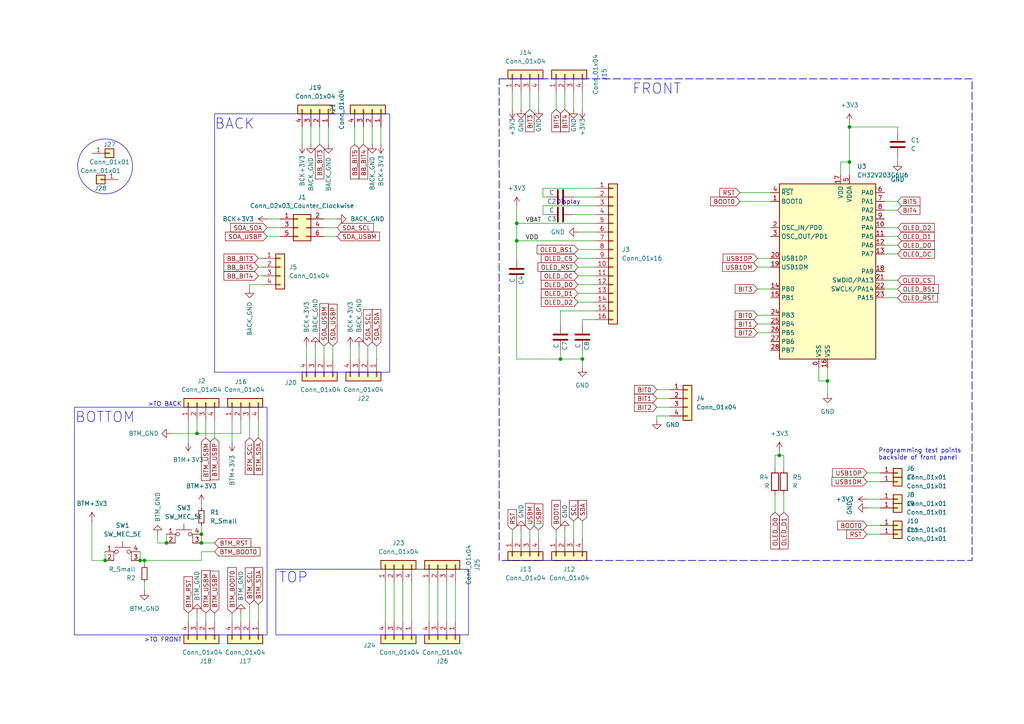
<source format=kicad_sch>
(kicad_sch (version 20231120) (generator "eeschema") (generator_version "8.0")
  (paper "A4")
  (lib_symbols
    (symbol "Connector_Generic:Conn_01x01" (pin_names (offset 1.016) hide)
      (property "Reference" "J" (at 0 2.54 0))
      (property "Value" "Conn_01x01" (at 0 -2.54 0))
      (symbol "Conn_01x01_1_1"
        (rectangle (start -1.27 0.127) (end 0 -0.127) (stroke (width 0.1524)))
        (rectangle (start -1.27 1.27) (end 1.27 -1.27) (stroke (width 0.254)) (fill (type background)))
        (pin passive line (at -5.08 0 0) (length 3.81) (name "Pin_1") (number "1"))
      )
    )
    (symbol "Connector_Generic:Conn_01x04" (pin_names (offset 1.016) hide)
      (property "Reference" "J" (at 0 5.08 0))
      (property "Value" "Conn_01x04" (at 0 -7.62 0))
      (symbol "Conn_01x04_1_1"
        (rectangle (start -1.27 -4.953) (end 0 -5.207) (stroke (width 0.1524)))
        (rectangle (start -1.27 -2.413) (end 0 -2.667) (stroke (width 0.1524)))
        (rectangle (start -1.27 0.127) (end 0 -0.127) (stroke (width 0.1524)))
        (rectangle (start -1.27 2.667) (end 0 2.413) (stroke (width 0.1524)))
        (rectangle (start -1.27 3.81) (end 1.27 -6.35) (stroke (width 0.254)) (fill (type background)))
        (pin passive line (at -5.08 2.54 0) (length 3.81) (name "Pin_1") (number "1"))
        (pin passive line (at -5.08 0 0) (length 3.81) (name "Pin_2") (number "2"))
        (pin passive line (at -5.08 -2.54 0) (length 3.81) (name "Pin_3") (number "3"))
        (pin passive line (at -5.08 -5.08 0) (length 3.81) (name "Pin_4") (number "4"))
      )
    )
    (symbol "Connector_Generic:Conn_01x16" (pin_names (offset 1.016) hide)
      (property "Reference" "J" (at 0 20.32 0))
      (property "Value" "Conn_01x16" (at 0 -22.86 0))
      (symbol "Conn_01x16_1_1"
        (rectangle (start -1.27 -20.193) (end 0 -20.447) (stroke (width 0.1524)))
        (rectangle (start -1.27 -17.653) (end 0 -17.907) (stroke (width 0.1524)))
        (rectangle (start -1.27 -15.113) (end 0 -15.367) (stroke (width 0.1524)))
        (rectangle (start -1.27 -12.573) (end 0 -12.827) (stroke (width 0.1524)))
        (rectangle (start -1.27 -10.033) (end 0 -10.287) (stroke (width 0.1524)))
        (rectangle (start -1.27 -7.493) (end 0 -7.747) (stroke (width 0.1524)))
        (rectangle (start -1.27 -4.953) (end 0 -5.207) (stroke (width 0.1524)))
        (rectangle (start -1.27 -2.413) (end 0 -2.667) (stroke (width 0.1524)))
        (rectangle (start -1.27 0.127) (end 0 -0.127) (stroke (width 0.1524)))
        (rectangle (start -1.27 2.667) (end 0 2.413) (stroke (width 0.1524)))
        (rectangle (start -1.27 5.207) (end 0 4.953) (stroke (width 0.1524)))
        (rectangle (start -1.27 7.747) (end 0 7.493) (stroke (width 0.1524)))
        (rectangle (start -1.27 10.287) (end 0 10.033) (stroke (width 0.1524)))
        (rectangle (start -1.27 12.827) (end 0 12.573) (stroke (width 0.1524)))
        (rectangle (start -1.27 15.367) (end 0 15.113) (stroke (width 0.1524)))
        (rectangle (start -1.27 17.907) (end 0 17.653) (stroke (width 0.1524)))
        (rectangle (start -1.27 19.05) (end 1.27 -21.59) (stroke (width 0.254)) (fill (type background)))
        (pin passive line (at -5.08 17.78 0) (length 3.81) (name "Pin_1") (number "1"))
        (pin passive line (at -5.08 -5.08 0) (length 3.81) (name "Pin_10") (number "10"))
        (pin passive line (at -5.08 -7.62 0) (length 3.81) (name "Pin_11") (number "11"))
        (pin passive line (at -5.08 -10.16 0) (length 3.81) (name "Pin_12") (number "12"))
        (pin passive line (at -5.08 -12.7 0) (length 3.81) (name "Pin_13") (number "13"))
        (pin passive line (at -5.08 -15.24 0) (length 3.81) (name "Pin_14") (number "14"))
        (pin passive line (at -5.08 -17.78 0) (length 3.81) (name "Pin_15") (number "15"))
        (pin passive line (at -5.08 -20.32 0) (length 3.81) (name "Pin_16") (number "16"))
        (pin passive line (at -5.08 15.24 0) (length 3.81) (name "Pin_2") (number "2"))
        (pin passive line (at -5.08 12.7 0) (length 3.81) (name "Pin_3") (number "3"))
        (pin passive line (at -5.08 10.16 0) (length 3.81) (name "Pin_4") (number "4"))
        (pin passive line (at -5.08 7.62 0) (length 3.81) (name "Pin_5") (number "5"))
        (pin passive line (at -5.08 5.08 0) (length 3.81) (name "Pin_6") (number "6"))
        (pin passive line (at -5.08 2.54 0) (length 3.81) (name "Pin_7") (number "7"))
        (pin passive line (at -5.08 0 0) (length 3.81) (name "Pin_8") (number "8"))
        (pin passive line (at -5.08 -2.54 0) (length 3.81) (name "Pin_9") (number "9"))
      )
    )
    (symbol "Connector_Generic:Conn_02x03_Odd_Even" (pin_names (offset 1.016) hide)
      (property "Reference" "J" (at 1.27 5.08 0))
      (property "Value" "Conn_02x03_Odd_Even" (at 1.27 -5.08 0))
      (symbol "Conn_02x03_Odd_Even_1_1"
        (rectangle (start -1.27 -2.413) (end 0 -2.667) (stroke (width 0.1524)))
        (rectangle (start -1.27 0.127) (end 0 -0.127) (stroke (width 0.1524)))
        (rectangle (start -1.27 2.667) (end 0 2.413) (stroke (width 0.1524)))
        (rectangle (start -1.27 3.81) (end 3.81 -3.81) (stroke (width 0.254)) (fill (type background)))
        (rectangle (start 3.81 -2.413) (end 2.54 -2.667) (stroke (width 0.1524)))
        (rectangle (start 3.81 0.127) (end 2.54 -0.127) (stroke (width 0.1524)))
        (rectangle (start 3.81 2.667) (end 2.54 2.413) (stroke (width 0.1524)))
        (pin passive line (at -5.08 2.54 0) (length 3.81) (name "Pin_1") (number "1"))
        (pin passive line (at 7.62 2.54 180) (length 3.81) (name "Pin_2") (number "2"))
        (pin passive line (at -5.08 0 0) (length 3.81) (name "Pin_3") (number "3"))
        (pin passive line (at 7.62 0 180) (length 3.81) (name "Pin_4") (number "4"))
        (pin passive line (at -5.08 -2.54 0) (length 3.81) (name "Pin_5") (number "5"))
        (pin passive line (at 7.62 -2.54 180) (length 3.81) (name "Pin_6") (number "6"))
      )
    )
    (symbol "Device:C" (pin_numbers hide) (pin_names (offset 0.254))
      (property "Reference" "C" (at 0.635 2.54 0))
      (property "Value" "C" (at 0.635 -2.54 0))
      (symbol "C_0_1"
        (polyline (pts (xy -2.032 -0.762) (xy 2.032 -0.762)) (stroke (width 0.508)))
        (polyline (pts (xy -2.032 0.762) (xy 2.032 0.762)) (stroke (width 0.508)))
      )
      (symbol "C_1_1"
        (pin passive line (at 0 3.81 270) (length 2.794) (name "~") (number "1"))
        (pin passive line (at 0 -3.81 90) (length 2.794) (name "~") (number "2"))
      )
    )
    (symbol "Device:R_Small" (pin_numbers hide) (pin_names (offset 0.254) hide)
      (property "Reference" "R" (at 0.762 0.508 0))
      (property "Value" "R_Small" (at 0.762 -1.016 0))
      (symbol "R_Small_0_1"
        (rectangle (start -0.762 1.778) (end 0.762 -1.778) (stroke (width 0.2032)))
      )
      (symbol "R_Small_1_1"
        (pin passive line (at 0 2.54 270) (length 0.762) (name "~") (number "1"))
        (pin passive line (at 0 -2.54 90) (length 0.762) (name "~") (number "2"))
      )
    )
    (symbol "JumperlessSymbols:R" (pin_numbers hide) (pin_names (offset 0))
      (property "Reference" "R" (at 2.032 0 90))
      (property "Value" "R" (at 0 0 90))
      (symbol "R_0_1"
        (rectangle (start -1.016 -2.54) (end 1.016 2.54) (stroke (width 0.254)))
      )
      (symbol "R_1_1"
        (pin passive line (at 0 3.81 270) (length 1.27) (name "~") (number "1"))
        (pin passive line (at 0 -3.81 90) (length 1.27) (name "~") (number "2"))
      )
    )
    (symbol "MCU_WCH_CH32V203G6U6:CH32V203CxTx"
      (property "Reference" "U" (at -12.7 39.37 0))
      (property "Value" "CH32V203G6U6" (at 9.652 36.83 0))
      (symbol "CH32V203CxTx_0_1"
        (rectangle (start -12.7 35.56) (end 15.24 -15.24) (stroke (width 0.254)) (fill (type background)))
      )
      (symbol "CH32V203CxTx_1_0"
        (pin power_in line (at -1.27 -17.78 90) (length 2.54) (name "VSS") (number "0"))
        (pin input line (at -15.24 30.48 0) (length 2.54) (name "BOOT0") (number "1"))
        (pin bidirectional line (at 17.78 22.86 180) (length 2.54) (name "PA4") (number "10"))
        (pin bidirectional line (at 17.78 20.32 180) (length 2.54) (name "PA5") (number "11"))
        (pin bidirectional line (at 17.78 17.78 180) (length 2.54) (name "PA6") (number "12"))
        (pin bidirectional line (at 17.78 15.24 180) (length 2.54) (name "PA7") (number "13"))
        (pin bidirectional line (at -15.24 5.08 0) (length 2.54) (name "PB0") (number "14"))
        (pin bidirectional line (at -15.24 2.54 0) (length 2.54) (name "PB1") (number "15"))
        (pin power_in line (at 1.27 -17.78 90) (length 2.54) (name "VSS") (number "16"))
        (pin power_in line (at 5.08 38.1 270) (length 2.54) (name "VDD") (number "17"))
        (pin bidirectional line (at 17.78 10.16 180) (length 2.54) (name "PA9") (number "18"))
        (pin bidirectional line (at -15.24 11.43 0) (length 2.54) (name "USB1DM") (number "19"))
        (pin bidirectional line (at -15.24 22.86 0) (length 2.54) (name "OSC_IN/PD0") (number "2"))
        (pin bidirectional line (at -15.24 13.97 0) (length 2.54) (name "USB1DP") (number "20"))
        (pin bidirectional line (at 17.78 7.62 180) (length 2.54) (name "SWDIO/PA13") (number "21"))
        (pin bidirectional line (at 17.78 5.08 180) (length 2.54) (name "SWCLK/PA14") (number "22"))
        (pin bidirectional line (at 17.78 2.54 180) (length 2.54) (name "PA15") (number "23"))
        (pin bidirectional line (at -15.24 -2.54 0) (length 2.54) (name "PB3") (number "24"))
        (pin bidirectional line (at -15.24 -5.08 0) (length 2.54) (name "PB4") (number "25"))
        (pin bidirectional line (at -15.24 -7.62 0) (length 2.54) (name "PB5") (number "26"))
        (pin bidirectional line (at -15.24 -10.16 0) (length 2.54) (name "PB6") (number "27"))
        (pin bidirectional line (at -15.24 -12.7 0) (length 2.54) (name "PB7") (number "28"))
        (pin bidirectional line (at -15.24 20.32 0) (length 2.54) (name "OSC_OUT/PD1") (number "3"))
        (pin input line (at -15.24 33.02 0) (length 2.54) (name "~{RST}") (number "4"))
        (pin power_in line (at 7.62 38.1 270) (length 2.54) (name "VDDA") (number "5"))
        (pin bidirectional line (at 17.78 33.02 180) (length 2.54) (name "PA0") (number "6"))
        (pin bidirectional line (at 17.78 30.48 180) (length 2.54) (name "PA1") (number "7"))
        (pin bidirectional line (at 17.78 27.94 180) (length 2.54) (name "PA2") (number "8"))
        (pin bidirectional line (at 17.78 25.4 180) (length 2.54) (name "PA3") (number "9"))
      )
    )
    (symbol "Switch:SW_MEC_5E" (pin_names (offset 1.016) hide)
      (property "Reference" "SW" (at 0.635 5.715 0))
      (property "Value" "SW_MEC_5E" (at 0 -3.175 0))
      (symbol "SW_MEC_5E_0_1"
        (circle (center -1.778 2.54) (radius 0.508))
        (polyline (pts (xy -2.286 3.81) (xy 2.286 3.81)))
        (polyline (pts (xy 0 3.81) (xy 0 5.588)))
        (polyline (pts (xy -2.54 0) (xy -2.54 2.54) (xy -2.286 2.54)))
        (polyline (pts (xy 2.54 0) (xy 2.54 2.54) (xy 2.286 2.54)))
        (circle (center 1.778 2.54) (radius 0.508))
        (pin passive line (at -5.08 2.54 0) (length 2.54) (name "1") (number "1"))
        (pin passive line (at -5.08 0 0) (length 2.54) (name "2") (number "2"))
        (pin passive line (at 5.08 0 180) (length 2.54) (name "K") (number "3"))
        (pin passive line (at 5.08 2.54 180) (length 2.54) (name "A") (number "4"))
      )
    )
    (symbol "power:+3V3" (power) (pin_numbers hide) (pin_names (offset 0) hide)
      (property "Value" "+3V3" (at 0 3.556 0))
      (symbol "+3V3_0_1"
        (polyline (pts (xy -0.762 1.27) (xy 0 2.54)))
        (polyline (pts (xy 0 0) (xy 0 2.54)))
        (polyline (pts (xy 0 2.54) (xy 0.762 1.27)))
      )
      (symbol "+3V3_1_1"
        (pin power_in line (at 0 0 90) (length 0) (name "~") (number "1"))
      )
    )
    (symbol "power:GND" (power) (pin_numbers hide) (pin_names (offset 0) hide)
      (property "Value" "GND" (at 0 -3.81 0))
      (symbol "GND_0_1"
        (polyline (pts (xy 0 0) (xy 0 -1.27) (xy 1.27 -1.27) (xy 0 -2.54) (xy -1.27 -1.27) (xy 0 -1.27)))
      )
      (symbol "GND_1_1"
        (pin power_in line (at 0 0 270) (length 0) (name "~") (number "1"))
      )
    )
  )
  (junction (at 57.15 125.73))
  (junction (at 30.48 162.56))
  (junction (at 246.38 36.83))
  (junction (at 41.91 162.56))
  (junction (at 58.42 157.48))
  (junction (at 149.86 64.77))
  (junction (at 48.26 157.48))
  (junction (at 162.56 104.14))
  (junction (at 226.06 132.08))
  (junction (at 240.03 110.49))
  (junction (at 246.38 46.99))
  (junction (at 40.64 162.56))
  (junction (at 58.42 154.94))
  (junction (at 149.86 69.85))
  (junction (at 168.91 104.14))
  (wire (pts (xy 54.61 128.27) (xy 54.61 121.92)))
  (wire (pts (xy 240.03 110.49) (xy 240.03 106.68)))
  (wire (pts (xy 97.79 66.04) (xy 93.98 66.04)))
  (wire (pts (xy 246.38 46.99) (xy 243.84 46.99)))
  (wire (pts (xy 93.98 68.58) (xy 97.79 68.58)))
  (wire (pts (xy 153.67 156.21) (xy 153.67 153.67)))
  (wire (pts (xy 214.63 58.42) (xy 223.52 58.42)))
  (wire (pts (xy 246.38 46.99) (xy 246.38 50.8)))
  (wire (pts (xy 163.83 153.67) (xy 163.83 156.21)))
  (wire (pts (xy 167.64 77.47) (xy 172.72 77.47)))
  (wire (pts (xy 41.91 163.83) (xy 41.91 162.56)))
  (wire (pts (xy 168.91 104.14) (xy 168.91 106.68)))
  (wire (pts (xy 95.25 36.83) (xy 95.25 41.91)))
  (wire (pts (xy 190.5 120.65) (xy 194.31 120.65)))
  (wire (pts (xy 260.35 71.12) (xy 256.54 71.12)))
  (wire (pts (xy 77.47 63.5) (xy 81.28 63.5)))
  (wire (pts (xy 97.79 63.5) (xy 93.98 63.5)))
  (wire (pts (xy 74.93 77.47) (xy 76.2 77.47)))
  (wire (pts (xy 110.49 36.83) (xy 110.49 41.91)))
  (wire (pts (xy 190.5 118.11) (xy 194.31 118.11)))
  (wire (pts (xy 166.37 26.67) (xy 166.37 31.75)))
  (wire (pts (xy 72.39 82.55) (xy 72.39 83.82)))
  (wire (pts (xy 59.69 121.92) (xy 59.69 127)))
  (wire (pts (xy 124.46 168.91) (xy 124.46 180.34)))
  (wire (pts (xy 260.35 60.96) (xy 256.54 60.96)))
  (wire (pts (xy 224.79 132.08) (xy 224.79 135.89)))
  (wire (pts (xy 167.64 74.93) (xy 172.72 74.93)))
  (wire (pts (xy 162.56 101.6) (xy 162.56 104.14)))
  (wire (pts (xy 260.35 86.36) (xy 256.54 86.36)))
  (wire (pts (xy 251.46 144.78) (xy 255.27 144.78)))
  (wire (pts (xy 240.03 114.3) (xy 240.03 110.49)))
  (wire (pts (xy 45.72 157.48) (xy 48.26 157.48)))
  (wire (pts (xy 167.64 80.01) (xy 172.72 80.01)))
  (wire (pts (xy 168.91 26.67) (xy 168.91 31.75)))
  (wire (pts (xy 105.41 41.91) (xy 105.41 36.83)))
  (wire (pts (xy 151.13 153.67) (xy 151.13 156.21)))
  (wire (pts (xy 156.21 156.21) (xy 156.21 153.67)))
  (wire (pts (xy 69.85 177.8) (xy 69.85 180.34)))
  (wire (pts (xy 67.31 128.27) (xy 67.31 121.92)))
  (wire (pts (xy 149.86 59.69) (xy 149.86 64.77)))
  (wire (pts (xy 260.35 66.04) (xy 256.54 66.04)))
  (wire (pts (xy 172.72 92.71) (xy 168.91 92.71)))
  (wire (pts (xy 111.76 168.91) (xy 111.76 180.34)))
  (wire (pts (xy 167.64 85.09) (xy 172.72 85.09)))
  (wire (pts (xy 163.83 31.75) (xy 163.83 26.67)))
  (wire (pts (xy 255.27 154.94) (xy 251.46 154.94)))
  (wire (pts (xy 255.27 152.4) (xy 251.46 152.4)))
  (wire (pts (xy 41.91 171.45) (xy 41.91 168.91)))
  (wire (pts (xy 157.48 54.61) (xy 172.72 54.61)))
  (wire (pts (xy 26.67 162.56) (xy 30.48 162.56)))
  (wire (pts (xy 149.86 69.85) (xy 172.72 69.85)))
  (wire (pts (xy 260.35 68.58) (xy 256.54 68.58)))
  (wire (pts (xy 162.56 104.14) (xy 168.91 104.14)))
  (wire (pts (xy 67.31 177.8) (xy 67.31 180.34)))
  (wire (pts (xy 161.29 153.67) (xy 161.29 156.21)))
  (wire (pts (xy 148.59 153.67) (xy 148.59 156.21)))
  (wire (pts (xy 190.5 113.03) (xy 194.31 113.03)))
  (wire (pts (xy 156.21 26.67) (xy 156.21 31.75)))
  (wire (pts (xy 190.5 120.65) (xy 190.5 121.92)))
  (wire (pts (xy 172.72 62.23) (xy 166.37 62.23)))
  (wire (pts (xy 91.44 100.33) (xy 91.44 104.14)))
  (wire (pts (xy 81.28 68.58) (xy 77.47 68.58)))
  (wire (pts (xy 226.06 130.81) (xy 226.06 132.08)))
  (wire (pts (xy 224.79 148.59) (xy 224.79 143.51)))
  (wire (pts (xy 149.86 64.77) (xy 149.86 69.85)))
  (wire (pts (xy 74.93 121.92) (xy 74.93 127)))
  (wire (pts (xy 157.48 59.69) (xy 172.72 59.69)))
  (wire (pts (xy 106.68 100.33) (xy 106.68 104.14)))
  (wire (pts (xy 158.75 62.23) (xy 157.48 62.23)))
  (wire (pts (xy 58.42 160.02) (xy 62.23 160.02)))
  (wire (pts (xy 54.61 177.8) (xy 54.61 180.34)))
  (wire (pts (xy 161.29 31.75) (xy 161.29 26.67)))
  (wire (pts (xy 168.91 156.21) (xy 168.91 151.13)))
  (wire (pts (xy 88.9 100.33) (xy 88.9 104.14)))
  (wire (pts (xy 129.54 168.91) (xy 129.54 180.34)))
  (wire (pts (xy 149.86 82.55) (xy 149.86 104.14)))
  (wire (pts (xy 260.35 81.28) (xy 256.54 81.28)))
  (wire (pts (xy 58.42 146.05) (xy 58.42 147.32)))
  (wire (pts (xy 172.72 57.15) (xy 166.37 57.15)))
  (wire (pts (xy 153.67 31.75) (xy 153.67 26.67)))
  (wire (pts (xy 260.35 58.42) (xy 256.54 58.42)))
  (wire (pts (xy 72.39 82.55) (xy 76.2 82.55)))
  (wire (pts (xy 62.23 121.92) (xy 62.23 127)))
  (wire (pts (xy 223.52 74.93) (xy 219.71 74.93)))
  (wire (pts (xy 77.47 66.04) (xy 81.28 66.04)))
  (wire (pts (xy 90.17 36.83) (xy 90.17 41.91)))
  (wire (pts (xy 246.38 36.83) (xy 246.38 46.99)))
  (wire (pts (xy 58.42 152.4) (xy 58.42 154.94)))
  (wire (pts (xy 116.84 168.91) (xy 116.84 180.34)))
  (wire (pts (xy 69.85 121.92) (xy 69.85 125.73)))
  (wire (pts (xy 149.86 104.14) (xy 162.56 104.14)))
  (wire (pts (xy 260.35 73.66) (xy 256.54 73.66)))
  (wire (pts (xy 45.72 154.94) (xy 45.72 157.48)))
  (wire (pts (xy 69.85 125.73) (xy 57.15 125.73)))
  (wire (pts (xy 226.06 132.08) (xy 224.79 132.08)))
  (wire (pts (xy 40.64 162.56) (xy 41.91 162.56)))
  (wire (pts (xy 132.08 168.91) (xy 132.08 180.34)))
  (wire (pts (xy 167.64 87.63) (xy 172.72 87.63)))
  (wire (pts (xy 74.93 180.34) (xy 74.93 175.26)))
  (wire (pts (xy 226.06 132.08) (xy 227.33 132.08)))
  (wire (pts (xy 59.69 180.34) (xy 59.69 177.8)))
  (wire (pts (xy 101.6 100.33) (xy 101.6 104.14)))
  (wire (pts (xy 62.23 180.34) (xy 62.23 177.8)))
  (wire (pts (xy 237.49 106.68) (xy 237.49 110.49)))
  (wire (pts (xy 157.48 62.23) (xy 157.48 59.69)))
  (wire (pts (xy 30.48 160.02) (xy 30.48 162.56)))
  (wire (pts (xy 57.15 125.73) (xy 57.15 121.92)))
  (wire (pts (xy 162.56 90.17) (xy 162.56 93.98)))
  (wire (pts (xy 72.39 121.92) (xy 72.39 127)))
  (wire (pts (xy 119.38 168.91) (xy 119.38 180.34)))
  (wire (pts (xy 107.95 36.83) (xy 107.95 41.91)))
  (wire (pts (xy 109.22 100.33) (xy 109.22 104.14)))
  (wire (pts (xy 92.71 41.91) (xy 92.71 36.83)))
  (wire (pts (xy 102.87 41.91) (xy 102.87 36.83)))
  (wire (pts (xy 26.67 151.13) (xy 26.67 162.56)))
  (wire (pts (xy 149.86 64.77) (xy 172.72 64.77)))
  (wire (pts (xy 114.3 168.91) (xy 114.3 180.34)))
  (wire (pts (xy 167.64 82.55) (xy 172.72 82.55)))
  (wire (pts (xy 246.38 36.83) (xy 260.35 36.83)))
  (wire (pts (xy 58.42 154.94) (xy 58.42 157.48)))
  (wire (pts (xy 40.64 160.02) (xy 40.64 162.56)))
  (wire (pts (xy 219.71 96.52) (xy 223.52 96.52)))
  (wire (pts (xy 93.98 104.14) (xy 93.98 100.33)))
  (wire (pts (xy 58.42 162.56) (xy 58.42 160.02)))
  (wire (pts (xy 72.39 180.34) (xy 72.39 175.26)))
  (wire (pts (xy 223.52 77.47) (xy 219.71 77.47)))
  (wire (pts (xy 104.14 100.33) (xy 104.14 104.14)))
  (wire (pts (xy 167.64 72.39) (xy 172.72 72.39)))
  (wire (pts (xy 87.63 36.83) (xy 87.63 41.91)))
  (wire (pts (xy 214.63 55.88) (xy 223.52 55.88)))
  (wire (pts (xy 227.33 148.59) (xy 227.33 143.51)))
  (polyline (pts (xy -53.34 132.08) (xy -32.385 132.08)) (stroke (width 0) (color 255 5 24 1)))
  (wire (pts (xy 251.46 147.32) (xy 255.27 147.32)))
  (wire (pts (xy 74.93 80.01) (xy 76.2 80.01)))
  (wire (pts (xy 166.37 156.21) (xy 166.37 151.13)))
  (wire (pts (xy 151.13 26.67) (xy 151.13 31.75)))
  (wire (pts (xy 148.59 26.67) (xy 148.59 31.75)))
  (wire (pts (xy 255.27 137.16) (xy 251.46 137.16)))
  (wire (pts (xy 246.38 35.56) (xy 246.38 36.83)))
  (wire (pts (xy 237.49 110.49) (xy 240.03 110.49)))
  (wire (pts (xy 168.91 104.14) (xy 168.91 101.6)))
  (wire (pts (xy 243.84 46.99) (xy 243.84 50.8)))
  (wire (pts (xy 158.75 57.15) (xy 157.48 57.15)))
  (wire (pts (xy 219.71 93.98) (xy 223.52 93.98)))
  (wire (pts (xy 58.42 157.48) (xy 62.23 157.48)))
  (wire (pts (xy 260.35 46.99) (xy 260.35 45.72)))
  (wire (pts (xy 41.91 162.56) (xy 58.42 162.56)))
  (wire (pts (xy 219.71 91.44) (xy 223.52 91.44)))
  (wire (pts (xy 74.93 74.93) (xy 76.2 74.93)))
  (wire (pts (xy 190.5 115.57) (xy 194.31 115.57)))
  (wire (pts (xy 260.35 36.83) (xy 260.35 38.1)))
  (wire (pts (xy 172.72 90.17) (xy 162.56 90.17)))
  (wire (pts (xy 57.15 177.8) (xy 57.15 180.34)))
  (wire (pts (xy 167.64 67.31) (xy 172.72 67.31)))
  (wire (pts (xy 227.33 132.08) (xy 227.33 135.89)))
  (wire (pts (xy 49.53 125.73) (xy 57.15 125.73)))
  (wire (pts (xy 157.48 57.15) (xy 157.48 54.61)))
  (wire (pts (xy 219.71 83.82) (xy 223.52 83.82)))
  (wire (pts (xy 48.26 154.94) (xy 48.26 157.48)))
  (wire (pts (xy 260.35 83.82) (xy 256.54 83.82)))
  (wire (pts (xy 127 168.91) (xy 127 180.34)))
  (wire (pts (xy 96.52 104.14) (xy 96.52 100.33)))
  (wire (pts (xy 149.86 69.85) (xy 149.86 74.93)))
  (wire (pts (xy 168.91 92.71) (xy 168.91 93.98)))
  (wire (pts (xy 255.27 139.7) (xy 251.46 139.7)))
  (rectangle (start 21.59 118.11) (end 77.47 184.15))
  (rectangle (start -53.975 125.095) (end -11.43 177.8))
  (rectangle (start 62.23 33.02) (end 113.03 107.95))
  (rectangle (start 144.78 22.86) (end 281.94 162.56) (stroke (width 0.2) (type dash)))
  (rectangle (start 80.01 165.1) (end 135.89 184.15))
  (circle (center 30.48 48.26) (radius 7.9565))
  (text "FRONT" (at 190.5 25.908 0) (effects (font (size 3 3))))
  (text "Display" (at 164.846 58.674 0) (effects (font (size 1.27 1.27))))
  (text ">TO BACK" (at 47.752 117.348 0) (effects (font (size 1.27 1.27))))
  (text ">TO FRONT" (at 47.244 185.674 0) (effects (font (size 1.27 1.27))))
  (text "6 Encoder" (at -48.387 129.794 0) (effects (font (size 1.27 1.27))))
  (text "BACK" (at 68.072 36.068 0) (effects (font (size 3 3))))
  (text "TOP" (at 85.09 167.64 0) (effects (font (size 3 3))))
  (text "BOTTOM" (at 30.48 121.158 0) (effects (font (size 3 3))))
  (text "2 SOA I2C Header" (at -44.577 135.382 0) (effects (font (size 1.27 1.27))))
  (text "Programming test points\nbackside of front panel" (at 254.762 131.826 0) (effects (font (size 1.27 1.27)) (justify left)))
  (text "2 Programming Butts" (at -43.053 132.588 0) (effects (font (size 1.27 1.27))))
  (text "IO NEEDS" (at -48.895 126.746 0) (effects (font (size 1.27 1.27))))
  (label "VBAT" (at 152.4 64.77 0))
  (label "VDD" (at 152.4 69.85 0))
  (global_label "RST" (shape input) (at 214.63 55.88 180) (property "Intersheetrefs" "${INTERSHEET_REFS}" (effects (hide yes))))
  (global_label "BIT2" (shape input) (at 219.71 96.52 180) (property "Intersheetrefs" "${INTERSHEET_REFS}" (effects (hide yes))))
  (global_label "BIT0" (shape input) (at 219.71 91.44 180) (property "Intersheetrefs" "${INTERSHEET_REFS}" (effects (hide yes))))
  (global_label "OLED_D1" (shape input) (at 260.35 68.58 0) (property "Intersheetrefs" "${INTERSHEET_REFS}" (effects (hide yes))))
  (global_label "OLED_D0" (shape input) (at 224.79 148.59 270) (property "Intersheetrefs" "${INTERSHEET_REFS}" (effects (hide yes))))
  (global_label "SOA_USBP" (shape input) (at 77.47 68.58 180) (property "Intersheetrefs" "${INTERSHEET_REFS}" (effects (hide yes))))
  (global_label "OLED_CS" (shape input) (at 260.35 81.28 0) (property "Intersheetrefs" "${INTERSHEET_REFS}" (effects (hide yes))))
  (global_label "BTM_SDA" (shape input) (at 74.93 127 270) (property "Intersheetrefs" "${INTERSHEET_REFS}" (effects (hide yes))))
  (global_label "USBM" (shape input) (at 153.67 153.67 90) (property "Intersheetrefs" "${INTERSHEET_REFS}" (effects (hide yes))))
  (global_label "BIT3" (shape input) (at 153.67 31.75 270) (property "Intersheetrefs" "${INTERSHEET_REFS}" (effects (hide yes))))
  (global_label "BTM_USBP" (shape input) (at 62.23 127 270) (property "Intersheetrefs" "${INTERSHEET_REFS}" (effects (hide yes))))
  (global_label "SOA_USBM" (shape input) (at 93.98 100.33 90) (property "Intersheetrefs" "${INTERSHEET_REFS}" (effects (hide yes))))
  (global_label "SOA_USBM" (shape input) (at 97.79 68.58 0) (property "Intersheetrefs" "${INTERSHEET_REFS}" (effects (hide yes))))
  (global_label "SOA_SCL" (shape input) (at 106.68 100.33 90) (property "Intersheetrefs" "${INTERSHEET_REFS}" (effects (hide yes))))
  (global_label "BIT4" (shape input) (at 260.35 60.96 0) (property "Intersheetrefs" "${INTERSHEET_REFS}" (effects (hide yes))))
  (global_label "OLED_D1" (shape input) (at 167.64 85.09 180) (property "Intersheetrefs" "${INTERSHEET_REFS}" (effects (hide yes))))
  (global_label "OLED_D2" (shape input) (at 167.64 87.63 180) (property "Intersheetrefs" "${INTERSHEET_REFS}" (effects (hide yes))))
  (global_label "BIT1" (shape input) (at 219.71 93.98 180) (property "Intersheetrefs" "${INTERSHEET_REFS}" (effects (hide yes))))
  (global_label "BB_BIT5" (shape input) (at 102.87 41.91 270) (property "Intersheetrefs" "${INTERSHEET_REFS}" (effects (hide yes))))
  (global_label "BTM_USBM" (shape input) (at 59.69 127 270) (property "Intersheetrefs" "${INTERSHEET_REFS}" (effects (hide yes))))
  (global_label "USB1DM" (shape input) (at 251.46 139.7 180) (property "Intersheetrefs" "${INTERSHEET_REFS}" (effects (hide yes))))
  (global_label "BOOT0" (shape input) (at 161.29 153.67 90) (property "Intersheetrefs" "${INTERSHEET_REFS}" (effects (hide yes))))
  (global_label "BTM_RST" (shape input) (at 54.61 177.8 90) (property "Intersheetrefs" "${INTERSHEET_REFS}" (effects (hide yes))))
  (global_label "BTM_USBM" (shape input) (at 59.69 177.8 90) (property "Intersheetrefs" "${INTERSHEET_REFS}" (effects (hide yes))))
  (global_label "BTM_SDA" (shape input) (at 74.93 175.26 90) (property "Intersheetrefs" "${INTERSHEET_REFS}" (effects (hide yes))))
  (global_label "BIT4" (shape input) (at 163.83 31.75 270) (property "Intersheetrefs" "${INTERSHEET_REFS}" (effects (hide yes))))
  (global_label "OLED_D0" (shape input) (at 260.35 71.12 0) (property "Intersheetrefs" "${INTERSHEET_REFS}" (effects (hide yes))))
  (global_label "RST" (shape input) (at 148.59 153.67 90) (property "Intersheetrefs" "${INTERSHEET_REFS}" (effects (hide yes))))
  (global_label "OLED_DC" (shape input) (at 260.35 73.66 0) (property "Intersheetrefs" "${INTERSHEET_REFS}" (effects (hide yes))))
  (global_label "RST" (shape input) (at 251.46 154.94 180) (property "Intersheetrefs" "${INTERSHEET_REFS}" (effects (hide yes))))
  (global_label "OLED_CS" (shape input) (at 167.64 74.93 180) (property "Intersheetrefs" "${INTERSHEET_REFS}" (effects (hide yes))))
  (global_label "SOA_SDA" (shape input) (at 77.47 66.04 180) (property "Intersheetrefs" "${INTERSHEET_REFS}" (effects (hide yes))))
  (global_label "OLED_BS1" (shape input) (at 260.35 83.82 0) (property "Intersheetrefs" "${INTERSHEET_REFS}" (effects (hide yes))))
  (global_label "BIT1" (shape input) (at 190.5 115.57 180) (property "Intersheetrefs" "${INTERSHEET_REFS}" (effects (hide yes))))
  (global_label "USB1DP" (shape input) (at 219.71 74.93 180) (property "Intersheetrefs" "${INTERSHEET_REFS}" (effects (hide yes))))
  (global_label "SDA" (shape input) (at 168.91 151.13 90) (property "Intersheetrefs" "${INTERSHEET_REFS}" (effects (hide yes))))
  (global_label "BB_BIT5" (shape input) (at 74.93 77.47 180) (property "Intersheetrefs" "${INTERSHEET_REFS}" (effects (hide yes))))
  (global_label "BB_BIT4" (shape input) (at 74.93 80.01 180) (property "Intersheetrefs" "${INTERSHEET_REFS}" (effects (hide yes))))
  (global_label "BB_BIT4" (shape input) (at 105.41 41.91 270) (property "Intersheetrefs" "${INTERSHEET_REFS}" (effects (hide yes))))
  (global_label "SOA_SCL" (shape input) (at 97.79 66.04 0) (property "Intersheetrefs" "${INTERSHEET_REFS}" (effects (hide yes))))
  (global_label "OLED_D0" (shape input) (at 167.64 82.55 180) (property "Intersheetrefs" "${INTERSHEET_REFS}" (effects (hide yes))))
  (global_label "OLED_DC" (shape input) (at 167.64 80.01 180) (property "Intersheetrefs" "${INTERSHEET_REFS}" (effects (hide yes))))
  (global_label "BTM_RST" (shape input) (at 62.23 157.48 0) (property "Intersheetrefs" "${INTERSHEET_REFS}" (effects (hide yes))))
  (global_label "SCL" (shape input) (at 166.37 151.13 90) (property "Intersheetrefs" "${INTERSHEET_REFS}" (effects (hide yes))))
  (global_label "BB_BIT3" (shape input) (at 92.71 41.91 270) (property "Intersheetrefs" "${INTERSHEET_REFS}" (effects (hide yes))))
  (global_label "BOOT0" (shape input) (at 214.63 58.42 180) (property "Intersheetrefs" "${INTERSHEET_REFS}" (effects (hide yes))))
  (global_label "SOA_USBP" (shape input) (at 96.52 100.33 90) (property "Intersheetrefs" "${INTERSHEET_REFS}" (effects (hide yes))))
  (global_label "USB1DM" (shape input) (at 219.71 77.47 180) (property "Intersheetrefs" "${INTERSHEET_REFS}" (effects (hide yes))))
  (global_label "BB_BIT3" (shape input) (at 74.93 74.93 180) (property "Intersheetrefs" "${INTERSHEET_REFS}" (effects (hide yes))))
  (global_label "BTM_USBP" (shape input) (at 62.23 177.8 90) (property "Intersheetrefs" "${INTERSHEET_REFS}" (effects (hide yes))))
  (global_label "OLED_D1" (shape input) (at 227.33 148.59 270) (property "Intersheetrefs" "${INTERSHEET_REFS}" (effects (hide yes))))
  (global_label "BIT0" (shape input) (at 190.5 113.03 180) (property "Intersheetrefs" "${INTERSHEET_REFS}" (effects (hide yes))))
  (global_label "OLED_BS1" (shape input) (at 167.64 72.39 180) (property "Intersheetrefs" "${INTERSHEET_REFS}" (effects (hide yes))))
  (global_label "OLED_RST" (shape input) (at 167.64 77.47 180) (property "Intersheetrefs" "${INTERSHEET_REFS}" (effects (hide yes))))
  (global_label "USB1DP" (shape input) (at 251.46 137.16 180) (property "Intersheetrefs" "${INTERSHEET_REFS}" (effects (hide yes))))
  (global_label "SOA_SDA" (shape input) (at 109.22 100.33 90) (property "Intersheetrefs" "${INTERSHEET_REFS}" (effects (hide yes))))
  (global_label "BTM_BOOT0" (shape input) (at 62.23 160.02 0) (property "Intersheetrefs" "${INTERSHEET_REFS}" (effects (hide yes))))
  (global_label "OLED_RST" (shape input) (at 260.35 86.36 0) (property "Intersheetrefs" "${INTERSHEET_REFS}" (effects (hide yes))))
  (global_label "BOOT0" (shape input) (at 251.46 152.4 180) (property "Intersheetrefs" "${INTERSHEET_REFS}" (effects (hide yes))))
  (global_label "BTM_BOOT0" (shape input) (at 67.31 177.8 90) (property "Intersheetrefs" "${INTERSHEET_REFS}" (effects (hide yes))))
  (global_label "BTM_SCL" (shape input) (at 72.39 127 270) (property "Intersheetrefs" "${INTERSHEET_REFS}" (effects (hide yes))))
  (global_label "USBP" (shape input) (at 156.21 153.67 90) (property "Intersheetrefs" "${INTERSHEET_REFS}" (effects (hide yes))))
  (global_label "OLED_D2" (shape input) (at 260.35 66.04 0) (property "Intersheetrefs" "${INTERSHEET_REFS}" (effects (hide yes))))
  (global_label "BIT5" (shape input) (at 260.35 58.42 0) (property "Intersheetrefs" "${INTERSHEET_REFS}" (effects (hide yes))))
  (global_label "BIT5" (shape input) (at 161.29 31.75 270) (property "Intersheetrefs" "${INTERSHEET_REFS}" (effects (hide yes))))
  (global_label "BTM_SCL" (shape input) (at 72.39 175.26 90) (property "Intersheetrefs" "${INTERSHEET_REFS}" (effects (hide yes))))
  (global_label "BIT2" (shape input) (at 190.5 118.11 180) (property "Intersheetrefs" "${INTERSHEET_REFS}" (effects (hide yes))))
  (global_label "BIT3" (shape input) (at 219.71 83.82 180) (property "Intersheetrefs" "${INTERSHEET_REFS}" (effects (hide yes))))
  (symbol (lib_id "power:GND") (at 240.03 114.3 0) (unit 1)
    (property "Reference" "#PWR04" (effects (hide yes)))
    (property "Value" "GND" (at 240.03 119.38 0))
    (property "Description" "Power symbol creates a global label with name \"GND\" , ground" (effects (hide yes)))
  )
  (symbol (lib_id "Connector_Generic:Conn_01x04") (at 163.83 21.59 90) (unit 1)
    (property "Reference" "J15" (at 175.26 21.59 0))
    (property "Value" "Conn_01x04" (at 172.72 21.59 0))
    (property "Footprint" "3PCB:slot 4x 3x1.61mm +drl" (effects (hide yes)))
    (property "Description" "Generic connector, single row, 01x04, script generated (kicad-library-utils/schlib/autogen/connector/)" (effects (hide yes)))
  )
  (symbol (lib_id "Device:C") (at 162.56 57.15 270) (unit 1)
    (property "Reference" "C2" (at 160.02 58.42 90))
    (property "Value" "C" (at 160.02 55.88 90))
    (property "Footprint" "Capacitor_SMD:C_0603_1608Metric" (effects (hide yes)))
    (property "Description" "Unpolarized capacitor" (effects (hide yes)))
  )
  (symbol (lib_id "power:+3V3") (at 148.59 31.75 180) (unit 1)
    (property "Reference" "#PWR018" (effects (hide yes)))
    (property "Value" "+3V3" (at 148.59 36.83 90))
    (property "Description" "Power symbol creates a global label with name \"+3V3\"" (effects (hide yes)))
  )
  (symbol (lib_id "power:GND") (at 72.39 83.82 0) (unit 1)
    (property "Reference" "#PWR07" (effects (hide yes)))
    (property "Value" "BACK_GND" (at 72.39 92.456 90))
    (property "Description" "Power symbol creates a global label with name \"GND\" , ground" (effects (hide yes)))
  )
  (symbol (lib_id "power:GND") (at 95.25 41.91 0) (unit 1)
    (property "Reference" "#PWR038" (effects (hide yes)))
    (property "Value" "BACK_GND" (at 95.25 50.546 90))
    (property "Description" "Power symbol creates a global label with name \"GND\" , ground" (effects (hide yes)))
  )
  (symbol (lib_id "MCU_WCH_CH32V203G6U6:CH32V203CxTx") (at 238.76 88.9 0) (unit 1)
    (property "Reference" "U3" (at 248.5741 48.26 0) (effects (justify left)))
    (property "Value" "CH32V203G6U6" (at 248.5741 50.8 0) (effects (justify left)))
    (property "Footprint" "Package_DFN_QFN:QFN-28-1EP_4x4mm_P0.4mm_EP2.4x2.4mm" (effects (hide yes)))
    (property "Datasheet" "https://www.wch-ic.com/products/CH32V203.html" (effects (hide yes)))
    (property "Description" "The CH32V203 is an industrial-grade enhanced low-power general-purpose MCU based on 32-bit RISC-V core." (effects (hide yes)))
  )
  (symbol (lib_id "Connector_Generic:Conn_01x01") (at 260.35 154.94 0) (unit 1)
    (property "Reference" "J11" (at 262.89 153.6699 0) (effects (justify left)))
    (property "Value" "Conn_01x01" (at 262.89 156.2099 0) (effects (justify left)))
    (property "Footprint" "TestPoint:TestPoint_Pad_D1.0mm" (effects (hide yes)))
    (property "Description" "Generic connector, single row, 01x01, script generated (kicad-library-utils/schlib/autogen/connector/)" (effects (hide yes)))
  )
  (symbol (lib_id "Connector_Generic:Conn_01x04") (at 69.85 116.84 90) (unit 1)
    (property "Reference" "J16" (at 69.85 110.744 90))
    (property "Value" "Conn_01x04" (at 70.866 113.03 90))
    (property "Footprint" "3PCB:tab 4x 3x1.60mm +drl" (effects (hide yes)))
    (property "Description" "Generic connector, single row, 01x04, script generated (kicad-library-utils/schlib/autogen/connector/)" (effects (hide yes)))
  )
  (symbol (lib_id "power:+3V3") (at 77.47 63.5 90) (unit 1)
    (property "Reference" "#PWR01" (effects (hide yes)))
    (property "Value" "BCK+3V3" (at 73.66 63.4999 90) (effects (justify left)))
    (property "Description" "Power symbol creates a global label with name \"+3V3\"" (effects (hide yes)))
  )
  (symbol (lib_id "Connector_Generic:Conn_01x04") (at 116.84 185.42 270) (unit 1)
    (property "Reference" "J24" (at 107.188 187.198 90))
    (property "Value" "Conn_01x04" (at 115.824 189.23 90))
    (property "Footprint" "3PCB:tab 4x 3x1.60mm +drl" (effects (hide yes)))
    (property "Description" "Generic connector, single row, 01x04, script generated (kicad-library-utils/schlib/autogen/connector/)" (effects (hide yes)))
  )
  (symbol (lib_id "Connector_Generic:Conn_01x04") (at 106.68 109.22 270) (unit 1)
    (property "Reference" "J22" (at 105.41 115.57 90))
    (property "Value" "Conn_01x04" (at 105.41 113.03 90))
    (property "Footprint" "3PCB:slot 4x 3x1.61mm +drl" (effects (hide yes)))
    (property "Description" "Generic connector, single row, 01x04, script generated (kicad-library-utils/schlib/autogen/connector/)" (effects (hide yes)))
  )
  (symbol (lib_id "JumperlessSymbols:R") (at 227.33 139.7 180) (unit 1)
    (property "Reference" "R5" (at 229.87 138.4299 0) (effects (justify right)))
    (property "Value" "R" (at 229.87 140.9699 0) (effects (justify right)))
    (property "Footprint" "Resistor_SMD:R_0603_1608Metric" (effects (hide yes)))
    (property "Description" "Resistor" (effects (hide yes)))
  )
  (symbol (lib_id "power:+3V3") (at 67.31 128.27 180) (unit 1)
    (property "Reference" "#PWR034" (effects (hide yes)))
    (property "Value" "BTM+3V3" (at 67.31 136.398 90))
    (property "Description" "Power symbol creates a global label with name \"+3V3\"" (effects (hide yes)))
  )
  (symbol (lib_id "Device:R_Small") (at 58.42 149.86 0) (unit 1)
    (property "Reference" "R1" (at 60.96 148.5899 0) (effects (justify left)))
    (property "Value" "R_Small" (at 60.96 151.1299 0) (effects (justify left)))
    (property "Footprint" "Resistor_SMD:R_0603_1608Metric" (effects (hide yes)))
    (property "Description" "Resistor, small symbol" (effects (hide yes)))
  )
  (symbol (lib_id "power:GND") (at 190.5 121.92 0) (unit 1)
    (property "Reference" "#PWR010" (effects (hide yes)))
    (property "Value" "GND" (at 193.04 123.1899 0) (effects (justify left)))
    (property "Description" "Power symbol creates a global label with name \"GND\" , ground" (effects (hide yes)))
  )
  (symbol (lib_id "Connector_Generic:Conn_01x04") (at 57.15 116.84 90) (unit 1)
    (property "Reference" "J2" (at 58.42 110.49 90))
    (property "Value" "Conn_01x04" (at 58.42 113.03 90))
    (property "Footprint" "3PCB:tab 4x 3x1.60mm +drl" (effects (hide yes)))
    (property "Description" "Generic connector, single row, 01x04, script generated (kicad-library-utils/schlib/autogen/connector/)" (effects (hide yes)))
  )
  (symbol (lib_id "Connector_Generic:Conn_01x01") (at 260.35 137.16 0) (unit 1)
    (property "Reference" "J6" (at 262.89 135.8899 0) (effects (justify left)))
    (property "Value" "Conn_01x01" (at 262.89 138.4299 0) (effects (justify left)))
    (property "Footprint" "TestPoint:TestPoint_Pad_D1.0mm" (effects (hide yes)))
    (property "Description" "Generic connector, single row, 01x01, script generated (kicad-library-utils/schlib/autogen/connector/)" (effects (hide yes)))
  )
  (symbol (lib_id "Connector_Generic:Conn_01x01") (at 260.35 147.32 0) (unit 1)
    (property "Reference" "J9" (at 262.89 146.0499 0) (effects (justify left)))
    (property "Value" "Conn_01x01" (at 262.89 148.5899 0) (effects (justify left)))
    (property "Footprint" "TestPoint:TestPoint_Pad_D1.0mm" (effects (hide yes)))
    (property "Description" "Generic connector, single row, 01x01, script generated (kicad-library-utils/schlib/autogen/connector/)" (effects (hide yes)))
  )
  (symbol (lib_id "Connector_Generic:Conn_01x04") (at 81.28 77.47 0) (unit 1)
    (property "Reference" "J5" (at 83.82 77.4699 0) (effects (justify left)))
    (property "Value" "Conn_01x04" (at 83.82 80.0099 0) (effects (justify left)))
    (property "Footprint" "Encoderao:PoGoCoNn" (effects (hide yes)))
    (property "Description" "Generic connector, single row, 01x04, script generated (kicad-library-utils/schlib/autogen/connector/)" (effects (hide yes)))
  )
  (symbol (lib_id "Connector_Generic:Conn_01x04") (at 129.54 185.42 270) (unit 1)
    (property "Reference" "J26" (at 128.27 191.77 90))
    (property "Value" "Conn_01x04" (at 128.27 189.23 90))
    (property "Footprint" "3PCB:tab 4x 3x1.60mm +drl" (effects (hide yes)))
    (property "Description" "Generic connector, single row, 01x04, script generated (kicad-library-utils/schlib/autogen/connector/)" (effects (hide yes)))
  )
  (symbol (lib_id "Connector_Generic:Conn_01x04") (at 59.69 185.42 270) (unit 1)
    (property "Reference" "J18" (at 59.69 191.77 90))
    (property "Value" "Conn_01x04" (at 58.674 189.23 90))
    (property "Footprint" "3PCB:tab 4x 3x1.60mm +drl" (effects (hide yes)))
    (property "Description" "Generic connector, single row, 01x04, script generated (kicad-library-utils/schlib/autogen/connector/)" (effects (hide yes)))
  )
  (symbol (lib_id "power:GND") (at 69.85 177.8 180) (unit 1)
    (property "Reference" "#PWR025" (effects (hide yes)))
    (property "Value" "BTM_GND" (at 69.85 169.926 90))
    (property "Description" "Power symbol creates a global label with name \"GND\" , ground" (effects (hide yes)))
  )
  (symbol (lib_id "Device:C") (at 162.56 62.23 270) (unit 1)
    (property "Reference" "C3" (at 160.02 63.5 90))
    (property "Value" "C" (at 160.02 60.96 90))
    (property "Footprint" "Capacitor_SMD:C_0603_1608Metric" (effects (hide yes)))
    (property "Description" "Unpolarized capacitor" (effects (hide yes)))
  )
  (symbol (lib_id "power:GND") (at 168.91 106.68 0) (unit 1)
    (property "Reference" "#PWR016" (effects (hide yes)))
    (property "Value" "GND" (at 168.91 111.76 0))
    (property "Description" "Power symbol creates a global label with name \"GND\" , ground" (effects (hide yes)))
  )
  (symbol (lib_id "Connector_Generic:Conn_01x01") (at 260.35 152.4 0) (unit 1)
    (property "Reference" "J10" (at 262.89 151.1299 0) (effects (justify left)))
    (property "Value" "Conn_01x01" (at 262.89 153.6699 0) (effects (justify left)))
    (property "Footprint" "TestPoint:TestPoint_Pad_D1.0mm" (effects (hide yes)))
    (property "Description" "Generic connector, single row, 01x01, script generated (kicad-library-utils/schlib/autogen/connector/)" (effects (hide yes)))
  )
  (symbol (lib_id "Switch:SW_MEC_5E") (at 53.34 157.48 0) (unit 1)
    (property "Reference" "SW3" (at 53.34 147.32 0))
    (property "Value" "SW_MEC_5E" (at 53.34 149.86 0))
    (property "Footprint" "Encoderao:RKB2" (effects (hide yes)))
    (property "Datasheet" "http://www.apem.com/int/index.php?controller=attachment&id_attachment=1371" (effects (hide yes)))
    (property "Description" "MEC 5E single pole normally-open tactile switch" (effects (hide yes)))
  )
  (symbol (lib_id "power:GND") (at 163.83 153.67 180) (unit 1)
    (property "Reference" "#PWR032" (effects (hide yes)))
    (property "Value" "GND" (at 163.83 148.336 90))
    (property "Description" "Power symbol creates a global label with name \"GND\" , ground" (effects (hide yes)))
  )
  (symbol (lib_id "Connector_Generic:Conn_01x04") (at 151.13 161.29 90) (mirror x) (unit 1)
    (property "Reference" "J13" (at 152.4 165.1 90))
    (property "Value" "Conn_01x04" (at 152.4 167.64 90))
    (property "Footprint" "3PCB:slot 4x 3x1.61mm +drl" (effects (hide yes)))
    (property "Description" "Generic connector, single row, 01x04, script generated (kicad-library-utils/schlib/autogen/connector/)" (effects (hide yes)))
  )
  (symbol (lib_id "power:GND") (at 57.15 177.8 180) (unit 1)
    (property "Reference" "#PWR024" (effects (hide yes)))
    (property "Value" "BTM_GND" (at 57.15 169.926 90))
    (property "Description" "Power symbol creates a global label with name \"GND\" , ground" (effects (hide yes)))
  )
  (symbol (lib_id "power:+3V3") (at 149.86 59.69 0) (unit 1)
    (property "Reference" "#PWR015" (effects (hide yes)))
    (property "Value" "+3V3" (at 149.86 54.61 0))
    (property "Description" "Power symbol creates a global label with name \"+3V3\"" (effects (hide yes)))
  )
  (symbol (lib_id "power:GND") (at 41.91 171.45 0) (unit 1)
    (property "Reference" "#PWR011" (effects (hide yes)))
    (property "Value" "BTM_GND" (at 41.91 176.53 0))
    (property "Description" "Power symbol creates a global label with name \"GND\" , ground" (effects (hide yes)))
  )
  (symbol (lib_id "power:GND") (at 90.17 41.91 0) (unit 1)
    (property "Reference" "#PWR023" (effects (hide yes)))
    (property "Value" "BACK_GND" (at 90.17 50.546 90))
    (property "Description" "Power symbol creates a global label with name \"GND\" , ground" (effects (hide yes)))
  )
  (symbol (lib_id "power:GND") (at 166.37 31.75 0) (mirror y) (unit 1)
    (property "Reference" "#PWR027" (effects (hide yes)))
    (property "Value" "GND" (at 166.37 38.354 90) (effects (justify left)))
    (property "Description" "Power symbol creates a global label with name \"GND\" , ground" (effects (hide yes)))
  )
  (symbol (lib_id "Connector_Generic:Conn_01x01") (at 29.21 52.07 180) (unit 1)
    (property "Reference" "J28" (at 30.988 54.61 0) (effects (justify left)))
    (property "Value" "Conn_01x01" (at 35.052 49.53 0) (effects (justify left)))
    (property "Footprint" "3PCB:3bit" (effects (hide yes)))
    (property "Description" "Generic connector, single row, 01x01, script generated (kicad-library-utils/schlib/autogen/connector/)" (effects (hide yes)))
  )
  (symbol (lib_id "Connector_Generic:Conn_01x01") (at 31.75 44.45 0) (unit 1)
    (property "Reference" "J27" (at 29.972 41.91 0) (effects (justify left)))
    (property "Value" "Conn_01x01" (at 25.908 46.99 0) (effects (justify left)))
    (property "Footprint" "3PCB:3bit" (effects (hide yes)))
    (property "Description" "Generic connector, single row, 01x01, script generated (kicad-library-utils/schlib/autogen/connector/)" (effects (hide yes)))
  )
  (symbol (lib_id "Connector_Generic:Conn_02x03_Odd_Even") (at 86.36 66.04 0) (unit 1)
    (property "Reference" "J1" (at 87.63 57.15 0))
    (property "Value" "Conn_02x03_Counter_Clockwise" (at 87.63 59.69 0))
    (property "Footprint" "Connector_PinSocket_2.54mm:PinSocket_2x03_P2.54mm_Vertical" (effects (hide yes)))
    (property "Description" "Generic connector, double row, 02x03, odd/even pin numbering scheme (row 1 odd numbers, row 2 even numbers), script generated (kicad-library-utils/schlib/autogen/connector/)" (effects (hide yes)))
  )
  (symbol (lib_id "power:+3V3") (at 110.49 41.91 0) (mirror x) (unit 1)
    (property "Reference" "#PWR022" (effects (hide yes)))
    (property "Value" "BCK+3V3" (at 110.49 49.53 90))
    (property "Description" "Power symbol creates a global label with name \"+3V3\"" (effects (hide yes)))
  )
  (symbol (lib_id "Device:C") (at 162.56 97.79 0) (unit 1)
    (property "Reference" "C7" (at 163.83 100.33 90))
    (property "Value" "C" (at 161.29 100.33 90))
    (property "Footprint" "Capacitor_SMD:C_0603_1608Metric" (effects (hide yes)))
    (property "Description" "Unpolarized capacitor" (effects (hide yes)))
  )
  (symbol (lib_id "Connector_Generic:Conn_01x04") (at 93.98 109.22 270) (unit 1)
    (property "Reference" "J20" (at 84.328 110.998 90))
    (property "Value" "Conn_01x04" (at 92.964 113.03 90))
    (property "Footprint" "3PCB:slot 4x 3x1.61mm +drl" (effects (hide yes)))
    (property "Description" "Generic connector, single row, 01x04, script generated (kicad-library-utils/schlib/autogen/connector/)" (effects (hide yes)))
  )
  (symbol (lib_id "power:+3V3") (at 54.61 128.27 180) (unit 1)
    (property "Reference" "#PWR033" (effects (hide yes)))
    (property "Value" "BTM+3V3" (at 54.61 133.35 0))
    (property "Description" "Power symbol creates a global label with name \"+3V3\"" (effects (hide yes)))
  )
  (symbol (lib_id "Device:R_Small") (at 41.91 166.37 180) (unit 1)
    (property "Reference" "R2" (at 39.37 167.6401 0) (effects (justify left)))
    (property "Value" "R_Small" (at 39.37 165.1001 0) (effects (justify left)))
    (property "Footprint" "Resistor_SMD:R_0603_1608Metric" (effects (hide yes)))
    (property "Description" "Resistor, small symbol" (effects (hide yes)))
  )
  (symbol (lib_id "power:+3V3") (at 88.9 100.33 0) (unit 1)
    (property "Reference" "#PWR036" (effects (hide yes)))
    (property "Value" "BCK+3V3" (at 88.9001 96.52 90) (effects (justify left)))
    (property "Description" "Power symbol creates a global label with name \"+3V3\"" (effects (hide yes)))
  )
  (symbol (lib_id "Connector_Generic:Conn_01x04") (at 151.13 21.59 90) (unit 1)
    (property "Reference" "J14" (at 152.4 15.24 90))
    (property "Value" "Conn_01x04" (at 152.4 17.78 90))
    (property "Footprint" "3PCB:slot 4x 3x1.61mm +drl" (effects (hide yes)))
    (property "Description" "Generic connector, single row, 01x04, script generated (kicad-library-utils/schlib/autogen/connector/)" (effects (hide yes)))
  )
  (symbol (lib_id "power:+3V3") (at 246.38 35.56 0) (unit 1)
    (property "Reference" "#PWR03" (effects (hide yes)))
    (property "Value" "+3V3" (at 246.38 30.48 0))
    (property "Description" "Power symbol creates a global label with name \"+3V3\"" (effects (hide yes)))
  )
  (symbol (lib_id "power:+3V3") (at 251.46 144.78 90) (unit 1)
    (property "Reference" "#PWR05" (effects (hide yes)))
    (property "Value" "+3V3" (at 247.65 144.7799 90) (effects (justify left)))
    (property "Description" "Power symbol creates a global label with name \"+3V3\"" (effects (hide yes)))
  )
  (symbol (lib_id "power:GND") (at 97.79 63.5 90) (unit 1)
    (property "Reference" "#PWR02" (effects (hide yes)))
    (property "Value" "BACK_GND" (at 101.6 63.4999 90) (effects (justify right)))
    (property "Description" "Power symbol creates a global label with name \"GND\" , ground" (effects (hide yes)))
  )
  (symbol (lib_id "power:GND") (at 156.21 31.75 0) (unit 1)
    (property "Reference" "#PWR037" (effects (hide yes)))
    (property "Value" "GND" (at 156.21 38.354 90) (effects (justify left)))
    (property "Description" "Power symbol creates a global label with name \"GND\" , ground" (effects (hide yes)))
  )
  (symbol (lib_id "power:+3V3") (at 26.67 151.13 0) (unit 1)
    (property "Reference" "#PWR012" (effects (hide yes)))
    (property "Value" "BTM+3V3" (at 26.67 146.05 0))
    (property "Description" "Power symbol creates a global label with name \"+3V3\"" (effects (hide yes)))
  )
  (symbol (lib_id "Connector_Generic:Conn_01x04") (at 163.83 161.29 90) (mirror x) (unit 1)
    (property "Reference" "J12" (at 165.1 165.1 90))
    (property "Value" "Conn_01x04" (at 165.1 167.64 90))
    (property "Footprint" "3PCB:slot 4x 3x1.61mm +drl" (effects (hide yes)))
    (property "Description" "Generic connector, single row, 01x04, script generated (kicad-library-utils/schlib/autogen/connector/)" (effects (hide yes)))
  )
  (symbol (lib_id "power:+3V3") (at 168.91 31.75 0) (mirror x) (unit 1)
    (property "Reference" "#PWR026" (effects (hide yes)))
    (property "Value" "+3V3" (at 168.91 36.83 90))
    (property "Description" "Power symbol creates a global label with name \"+3V3\"" (effects (hide yes)))
  )
  (symbol (lib_id "JumperlessSymbols:R") (at 224.79 139.7 180) (unit 1)
    (property "Reference" "R4" (at 220.218 138.43 0) (effects (justify right)))
    (property "Value" "R" (at 221.742 140.97 0) (effects (justify right)))
    (property "Footprint" "Resistor_SMD:R_0603_1608Metric" (effects (hide yes)))
    (property "Description" "Resistor" (effects (hide yes)))
  )
  (symbol (lib_id "Device:C") (at 260.35 41.91 0) (unit 1)
    (property "Reference" "C1" (at 264.16 40.6399 0) (effects (justify left)))
    (property "Value" "C" (at 264.16 43.1799 0) (effects (justify left)))
    (property "Footprint" "Capacitor_SMD:C_0603_1608Metric" (effects (hide yes)))
    (property "Description" "Unpolarized capacitor" (effects (hide yes)))
  )
  (symbol (lib_id "power:+3V3") (at 87.63 41.91 180) (unit 1)
    (property "Reference" "#PWR020" (effects (hide yes)))
    (property "Value" "BCK+3V3" (at 87.63 49.53 90))
    (property "Description" "Power symbol creates a global label with name \"+3V3\"" (effects (hide yes)))
  )
  (symbol (lib_id "power:+3V3") (at 226.06 130.81 0) (unit 1)
    (property "Reference" "#PWR014" (effects (hide yes)))
    (property "Value" "+3V3" (at 226.06 125.73 0))
    (property "Description" "Power symbol creates a global label with name \"+3V3\"" (effects (hide yes)))
  )
  (symbol (lib_id "power:GND") (at 167.64 67.31 270) (unit 1)
    (property "Reference" "#PWR017" (effects (hide yes)))
    (property "Value" "GND" (at 163.83 67.3099 90) (effects (justify right)))
    (property "Description" "Power symbol creates a global label with name \"GND\" , ground" (effects (hide yes)))
  )
  (symbol (lib_id "power:GND") (at 104.14 100.33 180) (unit 1)
    (property "Reference" "#PWR029" (effects (hide yes)))
    (property "Value" "BACK_GND" (at 104.1399 96.52 90) (effects (justify right)))
    (property "Description" "Power symbol creates a global label with name \"GND\" , ground" (effects (hide yes)))
  )
  (symbol (lib_id "power:GND") (at 251.46 147.32 270) (unit 1)
    (property "Reference" "#PWR06" (effects (hide yes)))
    (property "Value" "GND" (at 246.38 147.32 0))
    (property "Description" "Power symbol creates a global label with name \"GND\" , ground" (effects (hide yes)))
  )
  (symbol (lib_id "power:GND") (at 260.35 46.99 0) (unit 1)
    (property "Reference" "#PWR013" (effects (hide yes)))
    (property "Value" "GND" (at 260.35 52.07 0))
    (property "Description" "Power symbol creates a global label with name \"GND\" , ground" (effects (hide yes)))
  )
  (symbol (lib_id "power:GND") (at 91.44 100.33 180) (unit 1)
    (property "Reference" "#PWR028" (effects (hide yes)))
    (property "Value" "BACK_GND" (at 91.4399 96.52 90) (effects (justify right)))
    (property "Description" "Power symbol creates a global label with name \"GND\" , ground" (effects (hide yes)))
  )
  (symbol (lib_id "Device:C") (at 149.86 78.74 0) (unit 1)
    (property "Reference" "C4" (at 151.13 81.28 90))
    (property "Value" "C" (at 148.59 81.28 90))
    (property "Footprint" "Capacitor_SMD:C_0603_1608Metric" (effects (hide yes)))
    (property "Description" "Unpolarized capacitor" (effects (hide yes)))
  )
  (symbol (lib_id "power:+3V3") (at 58.42 146.05 0) (unit 1)
    (property "Reference" "#PWR08" (effects (hide yes)))
    (property "Value" "BTM+3V3" (at 58.42 140.97 0))
    (property "Description" "Power symbol creates a global label with name \"+3V3\"" (effects (hide yes)))
  )
  (symbol (lib_id "Connector_Generic:Conn_01x01") (at 260.35 139.7 0) (unit 1)
    (property "Reference" "J7" (at 262.89 138.4299 0) (effects (justify left)))
    (property "Value" "Conn_01x01" (at 262.89 140.9699 0) (effects (justify left)))
    (property "Footprint" "TestPoint:TestPoint_Pad_D1.0mm" (effects (hide yes)))
    (property "Description" "Generic connector, single row, 01x01, script generated (kicad-library-utils/schlib/autogen/connector/)" (effects (hide yes)))
  )
  (symbol (lib_id "Connector_Generic:Conn_01x04") (at 92.71 31.75 270) (mirror x) (unit 1)
    (property "Reference" "J19" (at 91.44 25.4 90))
    (property "Value" "Conn_01x04" (at 91.44 27.94 90))
    (property "Footprint" "3PCB:slot 4x 3x1.61mm +drl" (effects (hide yes)))
    (property "Description" "Generic connector, single row, 01x04, script generated (kicad-library-utils/schlib/autogen/connector/)" (effects (hide yes)))
  )
  (symbol (lib_id "power:GND") (at 151.13 31.75 0) (unit 1)
    (property "Reference" "#PWR019" (effects (hide yes)))
    (property "Value" "GND" (at 151.13 38.354 90) (effects (justify left)))
    (property "Description" "Power symbol creates a global label with name \"GND\" , ground" (effects (hide yes)))
  )
  (symbol (lib_id "power:GND") (at 45.72 154.94 180) (unit 1)
    (property "Reference" "#PWR09" (effects (hide yes)))
    (property "Value" "BTM_GND" (at 45.72 147.066 90))
    (property "Description" "Power symbol creates a global label with name \"GND\" , ground" (effects (hide yes)))
  )
  (symbol (lib_id "power:GND") (at 107.95 41.91 0) (mirror y) (unit 1)
    (property "Reference" "#PWR021" (effects (hide yes)))
    (property "Value" "BACK_GND" (at 107.95 50.292 90))
    (property "Description" "Power symbol creates a global label with name \"GND\" , ground" (effects (hide yes)))
  )
  (symbol (lib_id "Connector_Generic:Conn_01x04") (at 127 163.83 90) (unit 1)
    (property "Reference" "J25" (at 138.43 163.83 0))
    (property "Value" "Conn_01x04" (at 135.89 163.83 0))
    (property "Footprint" "3PCB:tab 4x 3x1.60mm +drl" (effects (hide yes)))
    (property "Description" "Generic connector, single row, 01x04, script generated (kicad-library-utils/schlib/autogen/connector/)" (effects (hide yes)))
  )
  (symbol (lib_id "Connector_Generic:Conn_01x16") (at 177.8 72.39 0) (unit 1)
    (property "Reference" "J3" (at 180.34 72.3899 0) (effects (justify left)))
    (property "Value" "Conn_01x16" (at 180.34 74.9299 0) (effects (justify left)))
    (property "Footprint" "OLED_Keypad:SSD1306_extender" (effects (hide yes)))
    (property "Description" "Generic connector, single row, 01x16, script generated (kicad-library-utils/schlib/autogen/connector/)" (effects (hide yes)))
  )
  (symbol (lib_id "Connector_Generic:Conn_01x04") (at 199.39 115.57 0) (unit 1)
    (property "Reference" "J4" (at 201.93 115.5699 0) (effects (justify left)))
    (property "Value" "Conn_01x04" (at 201.93 118.1099 0) (effects (justify left)))
    (property "Footprint" "Encoderao:PoGoCoNn" (effects (hide yes)))
    (property "Description" "Generic connector, single row, 01x04, script generated (kicad-library-utils/schlib/autogen/connector/)" (effects (hide yes)))
  )
  (symbol (lib_id "Device:C") (at 168.91 97.79 0) (unit 1)
    (property "Reference" "C8" (at 170.18 100.33 90))
    (property "Value" "C" (at 167.64 100.33 90))
    (property "Footprint" "Capacitor_SMD:C_0603_1608Metric" (effects (hide yes)))
    (property "Description" "Unpolarized capacitor" (effects (hide yes)))
  )
  (symbol (lib_id "Switch:SW_MEC_5E") (at 35.56 162.56 0) (unit 1)
    (property "Reference" "SW1" (at 35.56 152.4 0))
    (property "Value" "SW_MEC_5E" (at 35.56 154.94 0))
    (property "Footprint" "Encoderao:RKB2" (effects (hide yes)))
    (property "Datasheet" "http://www.apem.com/int/index.php?controller=attachment&id_attachment=1371" (effects (hide yes)))
    (property "Description" "MEC 5E single pole normally-open tactile switch" (effects (hide yes)))
  )
  (symbol (lib_id "Connector_Generic:Conn_01x04") (at 114.3 163.83 90) (unit 1)
    (property "Reference" "J23" (at 115.57 157.48 90))
    (property "Value" "Conn_01x04" (at 115.57 160.02 90))
    (property "Footprint" "3PCB:tab 4x 3x1.60mm +drl" (effects (hide yes)))
    (property "Description" "Generic connector, single row, 01x04, script generated (kicad-library-utils/schlib/autogen/connector/)" (effects (hide yes)))
  )
  (symbol (lib_id "Connector_Generic:Conn_01x01") (at 260.35 144.78 0) (unit 1)
    (property "Reference" "J8" (at 262.89 143.5099 0) (effects (justify left)))
    (property "Value" "Conn_01x01" (at 262.89 146.0499 0) (effects (justify left)))
    (property "Footprint" "TestPoint:TestPoint_Pad_D1.0mm" (effects (hide yes)))
    (property "Description" "Generic connector, single row, 01x01, script generated (kicad-library-utils/schlib/autogen/connector/)" (effects (hide yes)))
  )
  (symbol (lib_id "power:GND") (at 151.13 153.67 180) (unit 1)
    (property "Reference" "#PWR031" (effects (hide yes)))
    (property "Value" "GND" (at 151.13 148.336 90))
    (property "Description" "Power symbol creates a global label with name \"GND\" , ground" (effects (hide yes)))
  )
  (symbol (lib_id "Connector_Generic:Conn_01x04") (at 72.39 185.42 270) (unit 1)
    (property "Reference" "J17" (at 71.12 191.77 90))
    (property "Value" "Conn_01x04" (at 71.12 189.23 90))
    (property "Footprint" "3PCB:tab 4x 3x1.60mm +drl" (effects (hide yes)))
    (property "Description" "Generic connector, single row, 01x04, script generated (kicad-library-utils/schlib/autogen/connector/)" (effects (hide yes)))
  )
  (symbol (lib_id "power:GND") (at 49.53 125.73 270) (unit 1)
    (property "Reference" "#PWR030" (effects (hide yes)))
    (property "Value" "BTM_GND" (at 41.656 125.73 90))
    (property "Description" "Power symbol creates a global label with name \"GND\" , ground" (effects (hide yes)))
  )
  (symbol (lib_id "power:+3V3") (at 101.6 100.33 0) (unit 1)
    (property "Reference" "#PWR035" (effects (hide yes)))
    (property "Value" "BCK+3V3" (at 101.6001 96.52 90) (effects (justify left)))
    (property "Description" "Power symbol creates a global label with name \"+3V3\"" (effects (hide yes)))
  )
  (symbol (lib_id "Connector_Generic:Conn_01x04") (at 107.95 31.75 270) (mirror x) (unit 1)
    (property "Reference" "J21" (at 96.52 31.75 0))
    (property "Value" "Conn_01x04" (at 99.06 31.75 0))
    (property "Footprint" "3PCB:slot 4x 3x1.61mm +drl" (effects (hide yes)))
    (property "Description" "Generic connector, single row, 01x04, script generated (kicad-library-utils/schlib/autogen/connector/)" (effects (hide yes)))
  )
)
</source>
